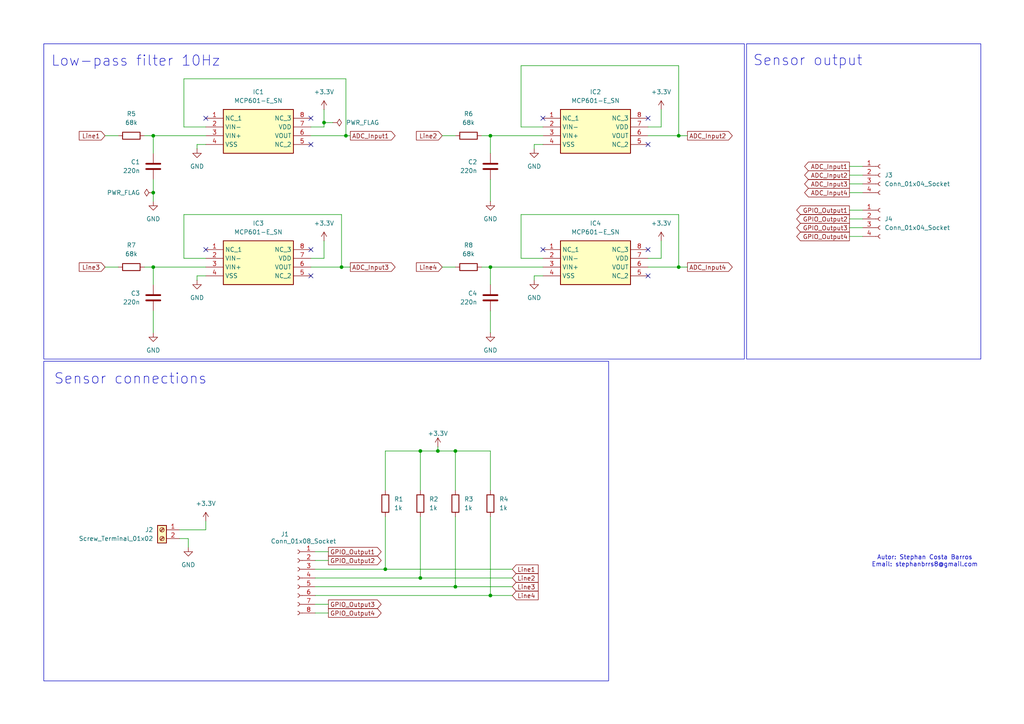
<source format=kicad_sch>
(kicad_sch (version 20231120) (generator "eeschema") (generator_version "8.0")
  (paper "A4")
  (lib_symbols
    (symbol "Connector:Conn_01x04_Socket" (pin_names (offset 1.016) hide)
      (property "Reference" "J" (at 0 5.08 0))
      (property "Value" "Conn_01x04_Socket" (at 0 -7.62 0))
      (symbol "Conn_01x04_Socket_1_1"
        (arc (start 0 -4.572) (mid -0.5058 -5.08) (end 0 -5.588) (stroke (width 0.1524)))
        (arc (start 0 -2.032) (mid -0.5058 -2.54) (end 0 -3.048) (stroke (width 0.1524)))
        (polyline (pts (xy -1.27 -5.08) (xy -0.508 -5.08)) (stroke (width 0.1524)))
        (polyline (pts (xy -1.27 -2.54) (xy -0.508 -2.54)) (stroke (width 0.1524)))
        (polyline (pts (xy -1.27 0) (xy -0.508 0)) (stroke (width 0.1524)))
        (polyline (pts (xy -1.27 2.54) (xy -0.508 2.54)) (stroke (width 0.1524)))
        (arc (start 0 0.508) (mid -0.5058 0) (end 0 -0.508) (stroke (width 0.1524)))
        (arc (start 0 3.048) (mid -0.5058 2.54) (end 0 2.032) (stroke (width 0.1524)))
        (pin passive line (at -5.08 2.54 0) (length 3.81) (name "Pin_1") (number "1"))
        (pin passive line (at -5.08 0 0) (length 3.81) (name "Pin_2") (number "2"))
        (pin passive line (at -5.08 -2.54 0) (length 3.81) (name "Pin_3") (number "3"))
        (pin passive line (at -5.08 -5.08 0) (length 3.81) (name "Pin_4") (number "4"))
      )
    )
    (symbol "Connector:Conn_01x08_Socket" (pin_names (offset 1.016) hide)
      (property "Reference" "J" (at 0 10.16 0))
      (property "Value" "Conn_01x08_Socket" (at 0 -12.7 0))
      (symbol "Conn_01x08_Socket_1_1"
        (arc (start 0 -9.652) (mid -0.5058 -10.16) (end 0 -10.668) (stroke (width 0.1524)))
        (arc (start 0 -7.112) (mid -0.5058 -7.62) (end 0 -8.128) (stroke (width 0.1524)))
        (arc (start 0 -4.572) (mid -0.5058 -5.08) (end 0 -5.588) (stroke (width 0.1524)))
        (arc (start 0 -2.032) (mid -0.5058 -2.54) (end 0 -3.048) (stroke (width 0.1524)))
        (polyline (pts (xy -1.27 -10.16) (xy -0.508 -10.16)) (stroke (width 0.1524)))
        (polyline (pts (xy -1.27 -7.62) (xy -0.508 -7.62)) (stroke (width 0.1524)))
        (polyline (pts (xy -1.27 -5.08) (xy -0.508 -5.08)) (stroke (width 0.1524)))
        (polyline (pts (xy -1.27 -2.54) (xy -0.508 -2.54)) (stroke (width 0.1524)))
        (polyline (pts (xy -1.27 0) (xy -0.508 0)) (stroke (width 0.1524)))
        (polyline (pts (xy -1.27 2.54) (xy -0.508 2.54)) (stroke (width 0.1524)))
        (polyline (pts (xy -1.27 5.08) (xy -0.508 5.08)) (stroke (width 0.1524)))
        (polyline (pts (xy -1.27 7.62) (xy -0.508 7.62)) (stroke (width 0.1524)))
        (arc (start 0 0.508) (mid -0.5058 0) (end 0 -0.508) (stroke (width 0.1524)))
        (arc (start 0 3.048) (mid -0.5058 2.54) (end 0 2.032) (stroke (width 0.1524)))
        (arc (start 0 5.588) (mid -0.5058 5.08) (end 0 4.572) (stroke (width 0.1524)))
        (arc (start 0 8.128) (mid -0.5058 7.62) (end 0 7.112) (stroke (width 0.1524)))
        (pin passive line (at -5.08 7.62 0) (length 3.81) (name "Pin_1") (number "1"))
        (pin passive line (at -5.08 5.08 0) (length 3.81) (name "Pin_2") (number "2"))
        (pin passive line (at -5.08 2.54 0) (length 3.81) (name "Pin_3") (number "3"))
        (pin passive line (at -5.08 0 0) (length 3.81) (name "Pin_4") (number "4"))
        (pin passive line (at -5.08 -2.54 0) (length 3.81) (name "Pin_5") (number "5"))
        (pin passive line (at -5.08 -5.08 0) (length 3.81) (name "Pin_6") (number "6"))
        (pin passive line (at -5.08 -7.62 0) (length 3.81) (name "Pin_7") (number "7"))
        (pin passive line (at -5.08 -10.16 0) (length 3.81) (name "Pin_8") (number "8"))
      )
    )
    (symbol "Connector:Screw_Terminal_01x02" (pin_names (offset 1.016) hide)
      (property "Reference" "J" (at 0 2.54 0))
      (property "Value" "Screw_Terminal_01x02" (at 0 -5.08 0))
      (symbol "Screw_Terminal_01x02_1_1"
        (rectangle (start -1.27 1.27) (end 1.27 -3.81) (stroke (width 0.254)) (fill (type background)))
        (circle (center 0 -2.54) (radius 0.635) (stroke (width 0.1524)))
        (polyline (pts (xy -0.5334 -2.2098) (xy 0.3302 -3.048)) (stroke (width 0.1524)))
        (polyline (pts (xy -0.5334 0.3302) (xy 0.3302 -0.508)) (stroke (width 0.1524)))
        (polyline (pts (xy -0.3556 -2.032) (xy 0.508 -2.8702)) (stroke (width 0.1524)))
        (polyline (pts (xy -0.3556 0.508) (xy 0.508 -0.3302)) (stroke (width 0.1524)))
        (circle (center 0 0) (radius 0.635) (stroke (width 0.1524)))
        (pin passive line (at -5.08 0 0) (length 3.81) (name "Pin_1") (number "1"))
        (pin passive line (at -5.08 -2.54 0) (length 3.81) (name "Pin_2") (number "2"))
      )
    )
    (symbol "Device:C" (pin_numbers hide) (pin_names (offset 0.254))
      (property "Reference" "C" (at 0.635 2.54 0))
      (property "Value" "C" (at 0.635 -2.54 0))
      (symbol "C_0_1"
        (polyline (pts (xy -2.032 -0.762) (xy 2.032 -0.762)) (stroke (width 0.508)))
        (polyline (pts (xy -2.032 0.762) (xy 2.032 0.762)) (stroke (width 0.508)))
      )
      (symbol "C_1_1"
        (pin passive line (at 0 3.81 270) (length 2.794) (name "~") (number "1"))
        (pin passive line (at 0 -3.81 90) (length 2.794) (name "~") (number "2"))
      )
    )
    (symbol "Device:R" (pin_numbers hide) (pin_names (offset 0))
      (property "Reference" "R" (at 2.032 0 90))
      (property "Value" "R" (at 0 0 90))
      (symbol "R_0_1"
        (rectangle (start -1.016 -2.54) (end 1.016 2.54) (stroke (width 0.254)))
      )
      (symbol "R_1_1"
        (pin passive line (at 0 3.81 270) (length 1.27) (name "~") (number "1"))
        (pin passive line (at 0 -3.81 90) (length 1.27) (name "~") (number "2"))
      )
    )
    (symbol "MCP601-E_SN:MCP601-E_SN"
      (property "Reference" "IC" (at 26.67 7.62 0))
      (property "Value" "MCP601-E_SN" (at 26.67 5.08 0))
      (symbol "MCP601-E_SN_1_1"
        (rectangle (start 5.08 2.54) (end 25.4 -10.16) (stroke (width 0.254)) (fill (type background)))
        (pin passive line (at 0 0 0) (length 5.08) (name "NC_1") (number "1"))
        (pin passive line (at 0 -2.54 0) (length 5.08) (name "VIN-") (number "2"))
        (pin passive line (at 0 -5.08 0) (length 5.08) (name "VIN+") (number "3"))
        (pin passive line (at 0 -7.62 0) (length 5.08) (name "VSS") (number "4"))
        (pin passive line (at 30.48 -7.62 180) (length 5.08) (name "NC_2") (number "5"))
        (pin passive line (at 30.48 -5.08 180) (length 5.08) (name "VOUT") (number "6"))
        (pin passive line (at 30.48 -2.54 180) (length 5.08) (name "VDD") (number "7"))
        (pin passive line (at 30.48 0 180) (length 5.08) (name "NC_3") (number "8"))
      )
    )
    (symbol "power:+3.3V" (power) (pin_numbers hide) (pin_names (offset 0) hide)
      (property "Value" "+3.3V" (at 0 3.556 0))
      (symbol "+3.3V_0_1"
        (polyline (pts (xy -0.762 1.27) (xy 0 2.54)))
        (polyline (pts (xy 0 0) (xy 0 2.54)))
        (polyline (pts (xy 0 2.54) (xy 0.762 1.27)))
      )
      (symbol "+3.3V_1_1"
        (pin power_in line (at 0 0 90) (length 0) (name "~") (number "1"))
      )
    )
    (symbol "power:GND" (power) (pin_numbers hide) (pin_names (offset 0) hide)
      (property "Value" "GND" (at 0 -3.81 0))
      (symbol "GND_0_1"
        (polyline (pts (xy 0 0) (xy 0 -1.27) (xy 1.27 -1.27) (xy 0 -2.54) (xy -1.27 -1.27) (xy 0 -1.27)))
      )
      (symbol "GND_1_1"
        (pin power_in line (at 0 0 270) (length 0) (name "~") (number "1"))
      )
    )
    (symbol "power:PWR_FLAG" (power) (pin_numbers hide) (pin_names (offset 0) hide)
      (property "Value" "PWR_FLAG" (at 0 3.81 0))
      (symbol "PWR_FLAG_0_0"
        (pin power_out line (at 0 0 90) (length 0) (name "~") (number "1"))
      )
      (symbol "PWR_FLAG_0_1"
        (polyline (pts (xy 0 0) (xy 0 1.27) (xy -1.016 1.905) (xy 0 2.54) (xy 1.016 1.905) (xy 0 1.27)))
      )
    )
  )
  (junction (at 196.85 77.47))
  (junction (at 44.45 77.47))
  (junction (at 132.08 130.81))
  (junction (at 99.06 77.47))
  (junction (at 132.08 170.18))
  (junction (at 121.92 130.81))
  (junction (at 100.33 39.37))
  (junction (at 142.24 77.47))
  (junction (at 127 130.81))
  (junction (at 111.76 165.1))
  (junction (at 121.92 167.64))
  (junction (at 44.45 55.88))
  (junction (at 142.24 39.37))
  (junction (at 142.24 172.72))
  (junction (at 93.98 35.56))
  (junction (at 196.85 39.37))
  (junction (at 44.45 39.37))
  (no_connect (at 187.96 41.91))
  (no_connect (at 90.17 41.91))
  (no_connect (at 90.17 80.01))
  (no_connect (at 59.69 72.39))
  (no_connect (at 187.96 72.39))
  (no_connect (at 90.17 34.29))
  (no_connect (at 59.69 34.29))
  (no_connect (at 157.48 34.29))
  (no_connect (at 157.48 72.39))
  (no_connect (at 90.17 72.39))
  (no_connect (at 187.96 34.29))
  (no_connect (at 187.96 80.01))
  (wire (pts (xy 246.38 68.58) (xy 250.19 68.58)))
  (wire (pts (xy 151.13 62.23) (xy 196.85 62.23)))
  (wire (pts (xy 91.44 165.1) (xy 111.76 165.1)))
  (wire (pts (xy 127 130.81) (xy 121.92 130.81)))
  (wire (pts (xy 44.45 77.47) (xy 59.69 77.47)))
  (wire (pts (xy 111.76 130.81) (xy 111.76 142.24)))
  (wire (pts (xy 142.24 172.72) (xy 148.59 172.72)))
  (wire (pts (xy 99.06 77.47) (xy 101.6 77.47)))
  (wire (pts (xy 121.92 149.86) (xy 121.92 167.64)))
  (wire (pts (xy 93.98 69.85) (xy 93.98 74.93)))
  (wire (pts (xy 44.45 52.07) (xy 44.45 55.88)))
  (wire (pts (xy 187.96 77.47) (xy 196.85 77.47)))
  (wire (pts (xy 246.38 55.88) (xy 250.19 55.88)))
  (wire (pts (xy 57.15 41.91) (xy 59.69 41.91)))
  (wire (pts (xy 95.25 162.56) (xy 91.44 162.56)))
  (wire (pts (xy 30.48 77.47) (xy 34.29 77.47)))
  (wire (pts (xy 151.13 19.05) (xy 196.85 19.05)))
  (wire (pts (xy 54.61 156.21) (xy 52.07 156.21)))
  (wire (pts (xy 151.13 36.83) (xy 151.13 19.05)))
  (wire (pts (xy 96.52 35.56) (xy 93.98 35.56)))
  (wire (pts (xy 95.25 160.02) (xy 91.44 160.02)))
  (wire (pts (xy 154.94 81.28) (xy 154.94 80.01)))
  (wire (pts (xy 142.24 52.07) (xy 142.24 58.42)))
  (wire (pts (xy 196.85 62.23) (xy 196.85 77.47)))
  (wire (pts (xy 142.24 149.86) (xy 142.24 172.72)))
  (wire (pts (xy 90.17 77.47) (xy 99.06 77.47)))
  (wire (pts (xy 151.13 74.93) (xy 151.13 62.23)))
  (wire (pts (xy 121.92 130.81) (xy 111.76 130.81)))
  (wire (pts (xy 53.34 74.93) (xy 53.34 62.23)))
  (wire (pts (xy 44.45 90.17) (xy 44.45 96.52)))
  (wire (pts (xy 121.92 142.24) (xy 121.92 130.81)))
  (wire (pts (xy 142.24 90.17) (xy 142.24 96.52)))
  (wire (pts (xy 187.96 36.83) (xy 191.77 36.83)))
  (wire (pts (xy 154.94 41.91) (xy 157.48 41.91)))
  (wire (pts (xy 53.34 36.83) (xy 59.69 36.83)))
  (wire (pts (xy 57.15 80.01) (xy 59.69 80.01)))
  (wire (pts (xy 196.85 77.47) (xy 199.39 77.47)))
  (wire (pts (xy 196.85 19.05) (xy 196.85 39.37)))
  (wire (pts (xy 246.38 53.34) (xy 250.19 53.34)))
  (wire (pts (xy 142.24 130.81) (xy 132.08 130.81)))
  (wire (pts (xy 187.96 39.37) (xy 196.85 39.37)))
  (wire (pts (xy 91.44 170.18) (xy 132.08 170.18)))
  (wire (pts (xy 91.44 172.72) (xy 142.24 172.72)))
  (wire (pts (xy 111.76 149.86) (xy 111.76 165.1)))
  (wire (pts (xy 142.24 44.45) (xy 142.24 39.37)))
  (wire (pts (xy 44.45 55.88) (xy 44.45 58.42)))
  (wire (pts (xy 187.96 74.93) (xy 191.77 74.93)))
  (wire (pts (xy 90.17 74.93) (xy 93.98 74.93)))
  (wire (pts (xy 95.25 177.8) (xy 91.44 177.8)))
  (wire (pts (xy 90.17 39.37) (xy 100.33 39.37)))
  (wire (pts (xy 57.15 43.18) (xy 57.15 41.91)))
  (wire (pts (xy 57.15 81.28) (xy 57.15 80.01)))
  (wire (pts (xy 54.61 158.75) (xy 54.61 156.21)))
  (wire (pts (xy 41.91 77.47) (xy 44.45 77.47)))
  (wire (pts (xy 100.33 39.37) (xy 101.6 39.37)))
  (wire (pts (xy 151.13 36.83) (xy 157.48 36.83)))
  (wire (pts (xy 111.76 165.1) (xy 148.59 165.1)))
  (wire (pts (xy 191.77 31.75) (xy 191.77 36.83)))
  (wire (pts (xy 246.38 60.96) (xy 250.19 60.96)))
  (wire (pts (xy 148.59 170.18) (xy 132.08 170.18)))
  (wire (pts (xy 53.34 74.93) (xy 59.69 74.93)))
  (wire (pts (xy 142.24 39.37) (xy 157.48 39.37)))
  (wire (pts (xy 139.7 39.37) (xy 142.24 39.37)))
  (wire (pts (xy 121.92 167.64) (xy 148.59 167.64)))
  (wire (pts (xy 246.38 50.8) (xy 250.19 50.8)))
  (wire (pts (xy 53.34 36.83) (xy 53.34 22.86)))
  (wire (pts (xy 93.98 35.56) (xy 93.98 36.83)))
  (wire (pts (xy 52.07 153.67) (xy 59.69 153.67)))
  (wire (pts (xy 151.13 74.93) (xy 157.48 74.93)))
  (wire (pts (xy 53.34 62.23) (xy 99.06 62.23)))
  (wire (pts (xy 142.24 77.47) (xy 157.48 77.47)))
  (wire (pts (xy 90.17 36.83) (xy 93.98 36.83)))
  (wire (pts (xy 127 129.54) (xy 127 130.81)))
  (wire (pts (xy 132.08 149.86) (xy 132.08 170.18)))
  (wire (pts (xy 91.44 167.64) (xy 121.92 167.64)))
  (wire (pts (xy 95.25 175.26) (xy 91.44 175.26)))
  (wire (pts (xy 142.24 142.24) (xy 142.24 130.81)))
  (wire (pts (xy 132.08 130.81) (xy 127 130.81)))
  (wire (pts (xy 128.27 39.37) (xy 132.08 39.37)))
  (wire (pts (xy 132.08 142.24) (xy 132.08 130.81)))
  (wire (pts (xy 246.38 48.26) (xy 250.19 48.26)))
  (wire (pts (xy 142.24 82.55) (xy 142.24 77.47)))
  (wire (pts (xy 99.06 62.23) (xy 99.06 77.47)))
  (wire (pts (xy 196.85 39.37) (xy 199.39 39.37)))
  (wire (pts (xy 53.34 22.86) (xy 100.33 22.86)))
  (wire (pts (xy 30.48 39.37) (xy 34.29 39.37)))
  (wire (pts (xy 41.91 39.37) (xy 44.45 39.37)))
  (wire (pts (xy 44.45 82.55) (xy 44.45 77.47)))
  (wire (pts (xy 191.77 69.85) (xy 191.77 74.93)))
  (wire (pts (xy 44.45 39.37) (xy 59.69 39.37)))
  (wire (pts (xy 154.94 80.01) (xy 157.48 80.01)))
  (wire (pts (xy 59.69 153.67) (xy 59.69 151.13)))
  (wire (pts (xy 100.33 22.86) (xy 100.33 39.37)))
  (wire (pts (xy 128.27 77.47) (xy 132.08 77.47)))
  (wire (pts (xy 154.94 43.18) (xy 154.94 41.91)))
  (wire (pts (xy 139.7 77.47) (xy 142.24 77.47)))
  (wire (pts (xy 246.38 63.5) (xy 250.19 63.5)))
  (wire (pts (xy 246.38 66.04) (xy 250.19 66.04)))
  (wire (pts (xy 44.45 44.45) (xy 44.45 39.37)))
  (wire (pts (xy 93.98 31.75) (xy 93.98 35.56)))
  (rectangle (start 12.7 104.775) (end 176.53 197.485))
  (rectangle (start 12.7 12.7) (end 215.9 104.14))
  (rectangle (start 216.535 12.7) (end 284.48 104.14))
  (text "Autor: Stephan Costa Barros\nEmail: stephanbrrs8@gmail.com\n" (at 268.224 162.814 0) (effects (font (size 1.27 1.27))))
  (text "Sensor connections\n\n\n" (at 37.846 114.808 0) (effects (font (size 3 3))))
  (text "Low-pass filter 10Hz" (at 39.37 17.78 0) (effects (font (size 3 3))))
  (text "Sensor output \n\n" (at 235.458 20.066 0) (effects (font (size 3 3))))
  (global_label "Line3" (shape input) (at 148.59 170.18 0) (property "Intersheetrefs" "${INTERSHEET_REFS}" (effects (hide yes))))
  (global_label "Line1" (shape input) (at 30.48 39.37 180) (property "Intersheetrefs" "${INTERSHEET_REFS}" (effects (hide yes))))
  (global_label "GPIO_Output2" (shape output) (at 246.38 63.5 180) (property "Intersheetrefs" "${INTERSHEET_REFS}" (effects (hide yes))))
  (global_label "GPIO_Output3" (shape output) (at 246.38 66.04 180) (property "Intersheetrefs" "${INTERSHEET_REFS}" (effects (hide yes))))
  (global_label "ADC_Input4" (shape output) (at 199.39 77.47 0) (property "Intersheetrefs" "${INTERSHEET_REFS}" (effects (hide yes))))
  (global_label "Line1" (shape input) (at 148.59 165.1 0) (property "Intersheetrefs" "${INTERSHEET_REFS}" (effects (hide yes))))
  (global_label "GPIO_Output2" (shape output) (at 95.25 162.56 0) (property "Intersheetrefs" "${INTERSHEET_REFS}" (effects (hide yes))))
  (global_label "Line2" (shape input) (at 148.59 167.64 0) (property "Intersheetrefs" "${INTERSHEET_REFS}" (effects (hide yes))))
  (global_label "ADC_Input1" (shape output) (at 246.38 48.26 180) (property "Intersheetrefs" "${INTERSHEET_REFS}" (effects (hide yes))))
  (global_label "Line3" (shape input) (at 30.48 77.47 180) (property "Intersheetrefs" "${INTERSHEET_REFS}" (effects (hide yes))))
  (global_label "ADC_Input1" (shape output) (at 101.6 39.37 0) (property "Intersheetrefs" "${INTERSHEET_REFS}" (effects (hide yes))))
  (global_label "Line4" (shape input) (at 128.27 77.47 180) (property "Intersheetrefs" "${INTERSHEET_REFS}" (effects (hide yes))))
  (global_label "Line2" (shape input) (at 128.27 39.37 180) (property "Intersheetrefs" "${INTERSHEET_REFS}" (effects (hide yes))))
  (global_label "Line4" (shape input) (at 148.59 172.72 0) (property "Intersheetrefs" "${INTERSHEET_REFS}" (effects (hide yes))))
  (global_label "ADC_Input2" (shape output) (at 246.38 50.8 180) (property "Intersheetrefs" "${INTERSHEET_REFS}" (effects (hide yes))))
  (global_label "ADC_Input4" (shape output) (at 246.38 55.88 180) (property "Intersheetrefs" "${INTERSHEET_REFS}" (effects (hide yes))))
  (global_label "GPIO_Output3" (shape output) (at 95.25 175.26 0) (property "Intersheetrefs" "${INTERSHEET_REFS}" (effects (hide yes))))
  (global_label "GPIO_Output1" (shape output) (at 95.25 160.02 0) (property "Intersheetrefs" "${INTERSHEET_REFS}" (effects (hide yes))))
  (global_label "ADC_Input2" (shape output) (at 199.39 39.37 0) (property "Intersheetrefs" "${INTERSHEET_REFS}" (effects (hide yes))))
  (global_label "GPIO_Output1" (shape output) (at 246.38 60.96 180) (property "Intersheetrefs" "${INTERSHEET_REFS}" (effects (hide yes))))
  (global_label "ADC_Input3" (shape output) (at 246.38 53.34 180) (property "Intersheetrefs" "${INTERSHEET_REFS}" (effects (hide yes))))
  (global_label "GPIO_Output4" (shape output) (at 246.38 68.58 180) (property "Intersheetrefs" "${INTERSHEET_REFS}" (effects (hide yes))))
  (global_label "ADC_Input3" (shape output) (at 101.6 77.47 0) (property "Intersheetrefs" "${INTERSHEET_REFS}" (effects (hide yes))))
  (global_label "GPIO_Output4" (shape output) (at 95.25 177.8 0) (property "Intersheetrefs" "${INTERSHEET_REFS}" (effects (hide yes))))
  (symbol (lib_id "Device:R") (at 121.92 146.05 180) (unit 1)
    (property "Reference" "R2" (at 124.46 144.7799 0) (effects (justify right)))
    (property "Value" "1k" (at 124.46 147.3199 0) (effects (justify right)))
    (property "Footprint" "Resistor_THT:R_Axial_DIN0207_L6.3mm_D2.5mm_P7.62mm_Horizontal" (effects (hide yes)))
    (property "Description" "Resistor" (effects (hide yes)))
  )
  (symbol (lib_id "Connector:Conn_01x08_Socket") (at 86.36 167.64 0) (mirror y) (unit 1)
    (property "Reference" "J1" (at 83.82 154.94 0) (effects (justify left)))
    (property "Value" "Conn_01x08_Socket" (at 97.536 156.972 0) (effects (justify left)))
    (property "Footprint" "Connector_PinSocket_2.54mm:PinSocket_1x08_P2.54mm_Vertical" (effects (hide yes)))
    (property "Description" "Generic connector, single row, 01x08, script generated" (effects (hide yes)))
  )
  (symbol (lib_id "power:GND") (at 142.24 96.52 0) (unit 1)
    (property "Reference" "#PWR012" (effects (hide yes)))
    (property "Value" "GND" (at 142.24 101.6 0))
    (property "Description" "Power symbol creates a global label with name \"GND\" , ground" (effects (hide yes)))
  )
  (symbol (lib_id "Connector:Conn_01x04_Socket") (at 255.27 63.5 0) (unit 1)
    (property "Reference" "J4" (at 256.54 63.4999 0) (effects (justify left)))
    (property "Value" "Conn_01x04_Socket" (at 256.54 66.0399 0) (effects (justify left)))
    (property "Footprint" "Connector_PinSocket_2.54mm:PinSocket_1x04_P2.54mm_Vertical" (effects (hide yes)))
    (property "Description" "Generic connector, single row, 01x04, script generated" (effects (hide yes)))
  )
  (symbol (lib_id "MCP601-E_SN:MCP601-E_SN") (at 157.48 34.29 0) (unit 1)
    (property "Reference" "IC2" (at 172.72 26.67 0))
    (property "Value" "MCP601-E_SN" (at 172.72 29.21 0))
    (property "Footprint" "Imported:SOIC127P600X175-8N" (effects (hide yes)))
    (property "Datasheet" "https://componentsearchengine.com/Datasheets/1/MCP601-E_SN.pdf" (effects (hide yes)))
    (property "Description" "MCP601-E/SN Microchip, Op Amp, 2.8MHz, 2.7  6 V, 8-Pin SOIC" (effects (hide yes)))
    (property "Height" "1.75" (effects (hide yes)))
    (property "Mouser Part Number" "579-MCP601-E/SN" (effects (hide yes)))
    (property "Mouser Price/Stock" "https://www.mouser.co.uk/ProductDetail/Microchip-Technology/MCP601-E-SN?qs=t4j2cOJKO60oxA457%2F0qmQ%3D%3D" (effects (hide yes)))
    (property "Manufacturer_Name" "Microchip" (effects (hide yes)))
    (property "Manufacturer_Part_Number" "MCP601-E/SN" (effects (hide yes)))
  )
  (symbol (lib_id "MCP601-E_SN:MCP601-E_SN") (at 59.69 34.29 0) (unit 1)
    (property "Reference" "IC1" (at 74.93 26.67 0))
    (property "Value" "MCP601-E_SN" (at 74.93 29.21 0))
    (property "Footprint" "Imported:SOIC127P600X175-8N" (effects (hide yes)))
    (property "Datasheet" "https://componentsearchengine.com/Datasheets/1/MCP601-E_SN.pdf" (effects (hide yes)))
    (property "Description" "MCP601-E/SN Microchip, Op Amp, 2.8MHz, 2.7  6 V, 8-Pin SOIC" (effects (hide yes)))
    (property "Height" "1.75" (effects (hide yes)))
    (property "Mouser Part Number" "579-MCP601-E/SN" (effects (hide yes)))
    (property "Mouser Price/Stock" "https://www.mouser.co.uk/ProductDetail/Microchip-Technology/MCP601-E-SN?qs=t4j2cOJKO60oxA457%2F0qmQ%3D%3D" (effects (hide yes)))
    (property "Manufacturer_Name" "Microchip" (effects (hide yes)))
    (property "Manufacturer_Part_Number" "MCP601-E/SN" (effects (hide yes)))
  )
  (symbol (lib_id "Device:R") (at 135.89 77.47 90) (unit 1)
    (property "Reference" "R8" (at 135.89 71.12 90))
    (property "Value" "68k" (at 135.89 73.66 90))
    (property "Footprint" "Resistor_THT:R_Axial_DIN0207_L6.3mm_D2.5mm_P7.62mm_Horizontal" (effects (hide yes)))
    (property "Description" "Resistor" (effects (hide yes)))
  )
  (symbol (lib_id "power:PWR_FLAG") (at 44.45 55.88 90) (unit 1)
    (property "Reference" "#FLG02" (effects (hide yes)))
    (property "Value" "PWR_FLAG" (at 40.64 55.8799 90) (effects (justify left)))
    (property "Description" "Special symbol for telling ERC where power comes from" (effects (hide yes)))
  )
  (symbol (lib_id "Connector:Screw_Terminal_01x02") (at 46.99 153.67 0) (mirror y) (unit 1)
    (property "Reference" "J2" (at 44.45 153.6699 0) (effects (justify left)))
    (property "Value" "Screw_Terminal_01x02" (at 44.45 156.2099 0) (effects (justify left)))
    (property "Footprint" "TerminalBlock:TerminalBlock_MaiXu_MX126-5.0-02P_1x02_P5.00mm" (effects (hide yes)))
    (property "Description" "Generic screw terminal, single row, 01x02, script generated (kicad-library-utils/schlib/autogen/connector/)" (effects (hide yes)))
  )
  (symbol (lib_id "Device:C") (at 142.24 48.26 0) (mirror y) (unit 1)
    (property "Reference" "C2" (at 138.43 46.9899 0) (effects (justify left)))
    (property "Value" "220n" (at 138.43 49.5299 0) (effects (justify left)))
    (property "Footprint" "Capacitor_THT:CP_Radial_Tantal_D4.5mm_P2.50mm" (effects (hide yes)))
    (property "Description" "Unpolarized capacitor" (effects (hide yes)))
  )
  (symbol (lib_id "power:PWR_FLAG") (at 96.52 35.56 270) (unit 1)
    (property "Reference" "#FLG01" (effects (hide yes)))
    (property "Value" "PWR_FLAG" (at 100.33 35.5599 90) (effects (justify left)))
    (property "Description" "Special symbol for telling ERC where power comes from" (effects (hide yes)))
  )
  (symbol (lib_id "Device:R") (at 142.24 146.05 180) (unit 1)
    (property "Reference" "R4" (at 144.78 144.7799 0) (effects (justify right)))
    (property "Value" "1k" (at 144.78 147.3199 0) (effects (justify right)))
    (property "Footprint" "Resistor_THT:R_Axial_DIN0207_L6.3mm_D2.5mm_P7.62mm_Horizontal" (effects (hide yes)))
    (property "Description" "Resistor" (effects (hide yes)))
  )
  (symbol (lib_id "power:GND") (at 57.15 81.28 0) (unit 1)
    (property "Reference" "#PWR09" (effects (hide yes)))
    (property "Value" "GND" (at 57.15 86.36 0))
    (property "Description" "Power symbol creates a global label with name \"GND\" , ground" (effects (hide yes)))
  )
  (symbol (lib_id "MCP601-E_SN:MCP601-E_SN") (at 59.69 72.39 0) (unit 1)
    (property "Reference" "IC3" (at 74.93 64.77 0))
    (property "Value" "MCP601-E_SN" (at 74.93 67.31 0))
    (property "Footprint" "Imported:SOIC127P600X175-8N" (effects (hide yes)))
    (property "Datasheet" "https://componentsearchengine.com/Datasheets/1/MCP601-E_SN.pdf" (effects (hide yes)))
    (property "Description" "MCP601-E/SN Microchip, Op Amp, 2.8MHz, 2.7  6 V, 8-Pin SOIC" (effects (hide yes)))
    (property "Height" "1.75" (effects (hide yes)))
    (property "Mouser Part Number" "579-MCP601-E/SN" (effects (hide yes)))
    (property "Mouser Price/Stock" "https://www.mouser.co.uk/ProductDetail/Microchip-Technology/MCP601-E-SN?qs=t4j2cOJKO60oxA457%2F0qmQ%3D%3D" (effects (hide yes)))
    (property "Manufacturer_Name" "Microchip" (effects (hide yes)))
    (property "Manufacturer_Part_Number" "MCP601-E/SN" (effects (hide yes)))
  )
  (symbol (lib_id "Device:C") (at 44.45 86.36 0) (mirror y) (unit 1)
    (property "Reference" "C3" (at 40.64 85.0899 0) (effects (justify left)))
    (property "Value" "220n" (at 40.64 87.6299 0) (effects (justify left)))
    (property "Footprint" "Capacitor_THT:CP_Radial_Tantal_D4.5mm_P2.50mm" (effects (hide yes)))
    (property "Description" "Unpolarized capacitor" (effects (hide yes)))
  )
  (symbol (lib_id "Device:R") (at 38.1 39.37 90) (unit 1)
    (property "Reference" "R5" (at 38.1 33.02 90))
    (property "Value" "68k" (at 38.1 35.56 90))
    (property "Footprint" "Resistor_THT:R_Axial_DIN0207_L6.3mm_D2.5mm_P7.62mm_Horizontal" (effects (hide yes)))
    (property "Description" "Resistor" (effects (hide yes)))
  )
  (symbol (lib_id "Device:C") (at 142.24 86.36 0) (mirror y) (unit 1)
    (property "Reference" "C4" (at 138.43 85.0899 0) (effects (justify left)))
    (property "Value" "220n" (at 138.43 87.6299 0) (effects (justify left)))
    (property "Footprint" "Capacitor_THT:CP_Radial_Tantal_D4.5mm_P2.50mm" (effects (hide yes)))
    (property "Description" "Unpolarized capacitor" (effects (hide yes)))
  )
  (symbol (lib_id "Device:R") (at 38.1 77.47 90) (unit 1)
    (property "Reference" "R7" (at 38.1 71.12 90))
    (property "Value" "68k" (at 38.1 73.66 90))
    (property "Footprint" "Resistor_THT:R_Axial_DIN0207_L6.3mm_D2.5mm_P7.62mm_Horizontal" (effects (hide yes)))
    (property "Description" "Resistor" (effects (hide yes)))
  )
  (symbol (lib_id "MCP601-E_SN:MCP601-E_SN") (at 157.48 72.39 0) (unit 1)
    (property "Reference" "IC4" (at 172.72 64.77 0))
    (property "Value" "MCP601-E_SN" (at 172.72 67.31 0))
    (property "Footprint" "Imported:SOIC127P600X175-8N" (effects (hide yes)))
    (property "Datasheet" "https://componentsearchengine.com/Datasheets/1/MCP601-E_SN.pdf" (effects (hide yes)))
    (property "Description" "MCP601-E/SN Microchip, Op Amp, 2.8MHz, 2.7  6 V, 8-Pin SOIC" (effects (hide yes)))
    (property "Height" "1.75" (effects (hide yes)))
    (property "Mouser Part Number" "579-MCP601-E/SN" (effects (hide yes)))
    (property "Mouser Price/Stock" "https://www.mouser.co.uk/ProductDetail/Microchip-Technology/MCP601-E-SN?qs=t4j2cOJKO60oxA457%2F0qmQ%3D%3D" (effects (hide yes)))
    (property "Manufacturer_Name" "Microchip" (effects (hide yes)))
    (property "Manufacturer_Part_Number" "MCP601-E/SN" (effects (hide yes)))
  )
  (symbol (lib_id "power:+3.3V") (at 93.98 31.75 0) (unit 1)
    (property "Reference" "#PWR04" (effects (hide yes)))
    (property "Value" "+3.3V" (at 93.98 26.67 0))
    (property "Description" "Power symbol creates a global label with name \"+3.3V\"" (effects (hide yes)))
  )
  (symbol (lib_id "power:GND") (at 57.15 43.18 0) (unit 1)
    (property "Reference" "#PWR018" (effects (hide yes)))
    (property "Value" "GND" (at 57.15 48.26 0))
    (property "Description" "Power symbol creates a global label with name \"GND\" , ground" (effects (hide yes)))
  )
  (symbol (lib_id "Device:R") (at 135.89 39.37 90) (unit 1)
    (property "Reference" "R6" (at 135.89 33.02 90))
    (property "Value" "68k" (at 135.89 35.56 90))
    (property "Footprint" "Resistor_THT:R_Axial_DIN0207_L6.3mm_D2.5mm_P7.62mm_Horizontal" (effects (hide yes)))
    (property "Description" "Resistor" (effects (hide yes)))
  )
  (symbol (lib_id "power:GND") (at 154.94 43.18 0) (unit 1)
    (property "Reference" "#PWR05" (effects (hide yes)))
    (property "Value" "GND" (at 154.94 48.26 0))
    (property "Description" "Power symbol creates a global label with name \"GND\" , ground" (effects (hide yes)))
  )
  (symbol (lib_id "power:GND") (at 44.45 58.42 0) (unit 1)
    (property "Reference" "#PWR01" (effects (hide yes)))
    (property "Value" "GND" (at 44.45 63.5 0))
    (property "Description" "Power symbol creates a global label with name \"GND\" , ground" (effects (hide yes)))
  )
  (symbol (lib_id "power:GND") (at 44.45 96.52 0) (unit 1)
    (property "Reference" "#PWR08" (effects (hide yes)))
    (property "Value" "GND" (at 44.45 101.6 0))
    (property "Description" "Power symbol creates a global label with name \"GND\" , ground" (effects (hide yes)))
  )
  (symbol (lib_id "Device:R") (at 111.76 146.05 180) (unit 1)
    (property "Reference" "R1" (at 114.3 144.7799 0) (effects (justify right)))
    (property "Value" "1k" (at 114.3 147.3199 0) (effects (justify right)))
    (property "Footprint" "Resistor_THT:R_Axial_DIN0207_L6.3mm_D2.5mm_P7.62mm_Horizontal" (effects (hide yes)))
    (property "Description" "Resistor" (effects (hide yes)))
  )
  (symbol (lib_id "power:+3.3V") (at 191.77 69.85 0) (unit 1)
    (property "Reference" "#PWR015" (effects (hide yes)))
    (property "Value" "+3.3V" (at 191.77 64.77 0))
    (property "Description" "Power symbol creates a global label with name \"+3.3V\"" (effects (hide yes)))
  )
  (symbol (lib_id "power:GND") (at 142.24 58.42 0) (unit 1)
    (property "Reference" "#PWR02" (effects (hide yes)))
    (property "Value" "GND" (at 142.24 63.5 0))
    (property "Description" "Power symbol creates a global label with name \"GND\" , ground" (effects (hide yes)))
  )
  (symbol (lib_id "Connector:Conn_01x04_Socket") (at 255.27 50.8 0) (unit 1)
    (property "Reference" "J3" (at 256.54 50.7999 0) (effects (justify left)))
    (property "Value" "Conn_01x04_Socket" (at 256.54 53.3399 0) (effects (justify left)))
    (property "Footprint" "Connector_PinSocket_2.54mm:PinSocket_1x04_P2.54mm_Vertical" (effects (hide yes)))
    (property "Description" "Generic connector, single row, 01x04, script generated" (effects (hide yes)))
  )
  (symbol (lib_id "Device:C") (at 44.45 48.26 0) (mirror y) (unit 1)
    (property "Reference" "C1" (at 40.64 46.9899 0) (effects (justify left)))
    (property "Value" "220n" (at 40.64 49.5299 0) (effects (justify left)))
    (property "Footprint" "Capacitor_THT:CP_Radial_Tantal_D4.5mm_P2.50mm" (effects (hide yes)))
    (property "Description" "Unpolarized capacitor" (effects (hide yes)))
  )
  (symbol (lib_id "power:GND") (at 154.94 81.28 0) (unit 1)
    (property "Reference" "#PWR013" (effects (hide yes)))
    (property "Value" "GND" (at 154.94 86.36 0))
    (property "Description" "Power symbol creates a global label with name \"GND\" , ground" (effects (hide yes)))
  )
  (symbol (lib_id "power:+3.3V") (at 127 129.54 0) (unit 1)
    (property "Reference" "#PWR017" (effects (hide yes)))
    (property "Value" "+3.3V" (at 127 125.73 0))
    (property "Description" "Power symbol creates a global label with name \"+3.3V\"" (effects (hide yes)))
  )
  (symbol (lib_id "power:+3.3V") (at 93.98 69.85 0) (unit 1)
    (property "Reference" "#PWR011" (effects (hide yes)))
    (property "Value" "+3.3V" (at 93.98 64.77 0))
    (property "Description" "Power symbol creates a global label with name \"+3.3V\"" (effects (hide yes)))
  )
  (symbol (lib_id "Device:R") (at 132.08 146.05 180) (unit 1)
    (property "Reference" "R3" (at 134.62 144.7799 0) (effects (justify right)))
    (property "Value" "1k" (at 134.62 147.3199 0) (effects (justify right)))
    (property "Footprint" "Resistor_THT:R_Axial_DIN0207_L6.3mm_D2.5mm_P7.62mm_Horizontal" (effects (hide yes)))
    (property "Description" "Resistor" (effects (hide yes)))
  )
  (symbol (lib_id "power:+3.3V") (at 59.69 151.13 0) (mirror y) (unit 1)
    (property "Reference" "#PWR016" (effects (hide yes)))
    (property "Value" "+3.3V" (at 59.69 146.05 0))
    (property "Description" "Power symbol creates a global label with name \"+3.3V\"" (effects (hide yes)))
  )
  (symbol (lib_id "power:GND") (at 54.61 158.75 0) (mirror y) (unit 1)
    (property "Reference" "#PWR019" (effects (hide yes)))
    (property "Value" "GND" (at 54.61 163.83 0))
    (property "Description" "Power symbol creates a global label with name \"GND\" , ground" (effects (hide yes)))
  )
  (symbol (lib_id "power:+3.3V") (at 191.77 31.75 0) (unit 1)
    (property "Reference" "#PWR07" (effects (hide yes)))
    (property "Value" "+3.3V" (at 191.77 26.67 0))
    (property "Description" "Power symbol creates a global label with name \"+3.3V\"" (effects (hide yes)))
  )
)
</source>
